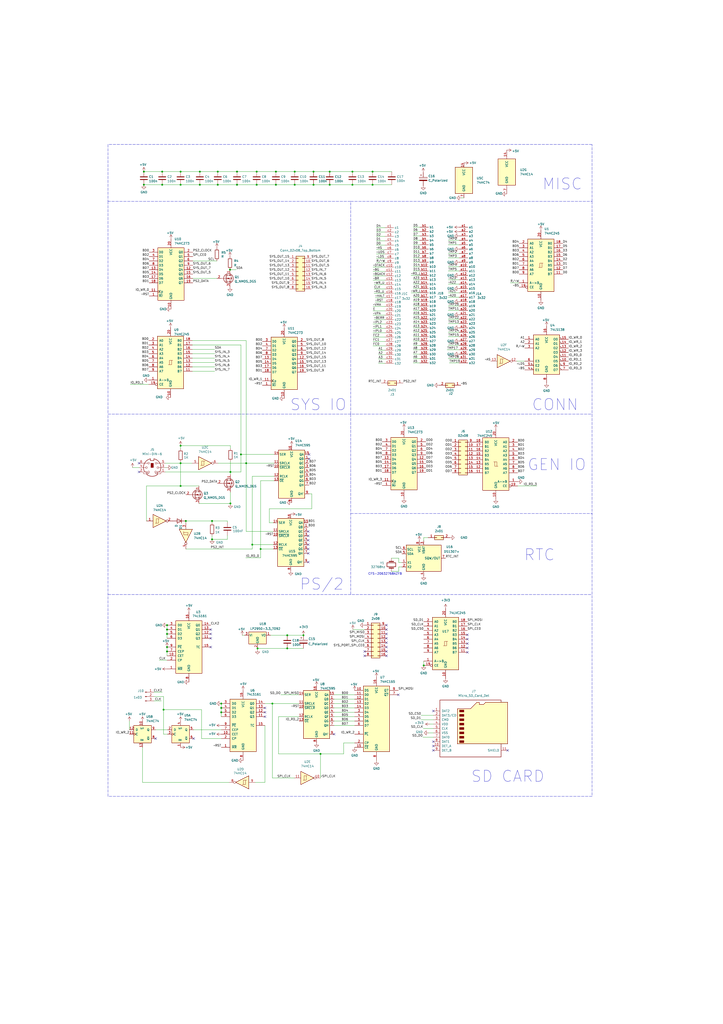
<source format=kicad_sch>
(kicad_sch (version 20211123) (generator eeschema)
  (paper "A2" portrait)
  (junction (at 158.242 408.178))
  (junction (at 126.492 107.188))
  (junction (at 123.19 312.928))
  (junction (at 160.274 107.188))
  (junction (at 97.028 377.952))
  (junction (at 137.668 99.568))
  (junction (at 191.516 99.568))
  (junction (at 97.028 365.252))
  (junction (at 149.098 107.188))
  (junction (at 123.19 302.26))
  (junction (at 166.878 368.554))
  (junction (at 149.606 376.174))
  (junction (at 116.078 99.568))
  (junction (at 160.274 99.568))
  (junction (at 104.902 281.94))
  (junction (at 97.028 375.412))
  (junction (at 128.524 413.258))
  (junction (at 126.492 99.568))
  (junction (at 166.878 376.174))
  (junction (at 139.954 263.652))
  (junction (at 83.566 99.568))
  (junction (at 246.126 386.08))
  (junction (at 94.234 107.188))
  (junction (at 97.028 362.712))
  (junction (at 107.95 302.26))
  (junction (at 104.902 107.188))
  (junction (at 176.276 368.554))
  (junction (at 216.408 99.568))
  (junction (at 171.196 107.188))
  (junction (at 97.028 367.792))
  (junction (at 151.384 318.516))
  (junction (at 94.996 411.734))
  (junction (at 204.724 107.188))
  (junction (at 171.196 99.568))
  (junction (at 149.098 99.568))
  (junction (at 186.182 437.388))
  (junction (at 83.566 107.188))
  (junction (at 128.524 410.718))
  (junction (at 182.118 99.568))
  (junction (at 116.078 107.188))
  (junction (at 104.902 99.568))
  (junction (at 133.604 156.464))
  (junction (at 133.858 273.812))
  (junction (at 182.118 107.188))
  (junction (at 204.724 99.568))
  (junction (at 104.902 268.732))
  (junction (at 191.516 107.188))
  (junction (at 146.558 315.976))
  (junction (at 128.524 408.178))
  (junction (at 137.668 107.188))
  (junction (at 143.002 268.732))
  (junction (at 94.234 99.568))
  (junction (at 216.408 107.188))
  (junction (at 133.858 292.1))
  (junction (at 104.902 258.572))
  (no_connect (at 122.428 365.252))
  (no_connect (at 80.772 268.732))
  (no_connect (at 80.772 273.812))
  (no_connect (at 224.536 370.332))
  (no_connect (at 153.924 415.798))
  (no_connect (at 179.07 313.436))
  (no_connect (at 179.07 315.976))
  (no_connect (at 179.07 326.136))
  (no_connect (at 179.07 318.516))
  (no_connect (at 179.07 321.056))
  (no_connect (at 179.07 308.356))
  (no_connect (at 179.07 310.896))
  (no_connect (at 179.578 266.192))
  (no_connect (at 179.578 263.652))
  (no_connect (at 251.714 432.816))
  (no_connect (at 112.522 428.498))
  (no_connect (at 90.424 428.498))
  (no_connect (at 271.526 375.92))
  (no_connect (at 194.056 425.958))
  (no_connect (at 294.894 435.356))
  (no_connect (at 224.536 362.712))
  (no_connect (at 224.536 365.252))
  (no_connect (at 224.536 375.412))
  (no_connect (at 224.536 367.792))
  (no_connect (at 271.526 373.38))
  (no_connect (at 153.924 410.718))
  (no_connect (at 224.536 372.872))
  (no_connect (at 271.526 370.84))
  (no_connect (at 271.526 378.46))
  (no_connect (at 122.428 370.332))
  (no_connect (at 251.714 430.276))
  (no_connect (at 122.428 375.412))
  (no_connect (at 251.714 435.356))
  (no_connect (at 224.536 380.492))
  (no_connect (at 211.836 377.952))
  (no_connect (at 153.924 413.258))
  (no_connect (at 224.536 377.952))
  (no_connect (at 211.836 380.492))
  (no_connect (at 251.714 412.496))
  (no_connect (at 122.428 367.792))
  (no_connect (at 231.394 403.098))
  (no_connect (at 271.526 368.3))
  (wire (pts (xy 216.662 200.66) (xy 223.647 200.66)))
  (wire (pts (xy 243.84 175.006) (xy 240.03 175.006)))
  (wire (pts (xy 94.234 401.574) (xy 89.408 401.574)))
  (wire (pts (xy 260.35 192.786) (xy 266.7 192.786)))
  (wire (pts (xy 128.524 408.178) (xy 128.524 410.718)))
  (polyline (pts (xy 62.738 83.82) (xy 62.738 116.84)))
  (wire (pts (xy 139.954 273.812) (xy 133.858 273.812)))
  (wire (pts (xy 243.84 152.146) (xy 240.03 152.146)))
  (polyline (pts (xy 343.916 297.942) (xy 343.916 298.196)))
  (wire (pts (xy 296.418 164.084) (xy 301.498 164.084)))
  (wire (pts (xy 260.35 154.686) (xy 266.7 154.686)))
  (polyline (pts (xy 203.708 297.942) (xy 343.916 297.942)))
  (wire (pts (xy 142.748 323.596) (xy 151.384 323.596)))
  (wire (pts (xy 243.84 157.226) (xy 240.03 157.226)))
  (wire (pts (xy 153.924 453.898) (xy 148.336 453.898)))
  (wire (pts (xy 128.524 410.718) (xy 128.524 413.258)))
  (wire (pts (xy 126.746 268.732) (xy 143.002 268.732)))
  (wire (pts (xy 217.297 170.18) (xy 223.647 170.18)))
  (wire (pts (xy 171.196 107.188) (xy 182.118 107.188)))
  (wire (pts (xy 194.056 405.638) (xy 205.994 405.638)))
  (wire (pts (xy 246.126 383.54) (xy 246.126 386.08)))
  (wire (pts (xy 243.84 172.466) (xy 240.03 172.466)))
  (wire (pts (xy 160.274 99.568) (xy 171.196 99.568)))
  (wire (pts (xy 260.985 210.566) (xy 266.7 210.566)))
  (wire (pts (xy 260.35 180.086) (xy 266.7 180.086)))
  (wire (pts (xy 217.932 172.72) (xy 223.647 172.72)))
  (wire (pts (xy 218.567 134.62) (xy 223.647 134.62)))
  (wire (pts (xy 128.524 413.258) (xy 128.524 415.798)))
  (wire (pts (xy 89.408 404.114) (xy 94.996 404.114)))
  (wire (pts (xy 151.384 318.516) (xy 158.75 318.516)))
  (wire (pts (xy 216.662 187.96) (xy 223.647 187.96)))
  (wire (pts (xy 133.858 273.812) (xy 133.858 267.716)))
  (wire (pts (xy 143.002 268.732) (xy 143.002 308.356)))
  (wire (pts (xy 218.567 137.16) (xy 223.647 137.16)))
  (wire (pts (xy 216.662 177.8) (xy 223.647 177.8)))
  (wire (pts (xy 218.567 142.24) (xy 223.647 142.24)))
  (wire (pts (xy 186.182 451.358) (xy 186.182 437.388)))
  (wire (pts (xy 132.08 312.928) (xy 132.08 310.642)))
  (wire (pts (xy 97.028 377.952) (xy 97.028 380.492)))
  (wire (pts (xy 133.858 292.1) (xy 133.858 292.354)))
  (wire (pts (xy 83.566 99.568) (xy 94.234 99.568)))
  (wire (pts (xy 194.056 413.258) (xy 205.994 413.258)))
  (wire (pts (xy 243.84 164.846) (xy 240.03 164.846)))
  (wire (pts (xy 158.242 408.178) (xy 173.736 408.178)))
  (wire (pts (xy 260.35 208.026) (xy 266.7 208.026)))
  (wire (pts (xy 139.954 263.652) (xy 139.954 200.152)))
  (wire (pts (xy 116.078 107.188) (xy 126.492 107.188)))
  (wire (pts (xy 194.056 403.098) (xy 205.994 403.098)))
  (wire (pts (xy 97.282 423.418) (xy 90.424 423.418)))
  (wire (pts (xy 246.126 311.912) (xy 248.666 311.912)))
  (wire (pts (xy 243.84 154.686) (xy 240.03 154.686)))
  (wire (pts (xy 216.662 190.5) (xy 223.647 190.5)))
  (wire (pts (xy 194.056 408.178) (xy 205.994 408.178)))
  (polyline (pts (xy 203.708 240.284) (xy 203.708 344.932)))
  (wire (pts (xy 243.84 205.486) (xy 240.03 205.486)))
  (wire (pts (xy 104.902 267.97) (xy 104.902 268.732)))
  (wire (pts (xy 243.84 131.826) (xy 240.03 131.826)))
  (wire (pts (xy 260.35 169.926) (xy 266.7 169.926)))
  (wire (pts (xy 153.924 408.178) (xy 158.242 408.178)))
  (wire (pts (xy 156.464 295.148) (xy 156.464 303.276)))
  (wire (pts (xy 259.715 202.946) (xy 266.7 202.946)))
  (wire (pts (xy 104.902 258.572) (xy 133.858 258.572)))
  (wire (pts (xy 158.242 451.358) (xy 170.942 451.358)))
  (wire (pts (xy 217.297 185.42) (xy 223.647 185.42)))
  (wire (pts (xy 260.35 157.226) (xy 266.7 157.226)))
  (wire (pts (xy 243.84 190.246) (xy 240.03 190.246)))
  (wire (pts (xy 205.994 433.578) (xy 205.994 433.832)))
  (wire (pts (xy 223.647 205.74) (xy 219.837 205.74)))
  (wire (pts (xy 137.668 99.568) (xy 149.098 99.568)))
  (wire (pts (xy 111.506 268.732) (xy 104.902 268.732)))
  (wire (pts (xy 243.84 185.166) (xy 240.03 185.166)))
  (wire (pts (xy 191.516 107.188) (xy 204.724 107.188)))
  (wire (pts (xy 82.804 433.578) (xy 82.804 453.898)))
  (wire (pts (xy 93.726 406.654) (xy 89.408 406.654)))
  (wire (pts (xy 231.648 326.39) (xy 231.648 323.85)))
  (wire (pts (xy 243.84 197.866) (xy 240.03 197.866)))
  (wire (pts (xy 216.662 162.56) (xy 223.647 162.56)))
  (polyline (pts (xy 62.738 240.284) (xy 67.564 240.284)))
  (wire (pts (xy 223.647 203.2) (xy 219.837 203.2)))
  (wire (pts (xy 223.647 210.82) (xy 219.837 210.82)))
  (wire (pts (xy 126.492 99.568) (xy 137.668 99.568)))
  (wire (pts (xy 216.662 160.02) (xy 223.647 160.02)))
  (wire (pts (xy 218.567 152.4) (xy 223.647 152.4)))
  (wire (pts (xy 97.028 375.412) (xy 97.028 377.952)))
  (wire (pts (xy 216.408 107.188) (xy 227.584 107.188)))
  (wire (pts (xy 94.234 99.568) (xy 104.902 99.568)))
  (wire (pts (xy 111.76 207.772) (xy 124.714 207.772)))
  (wire (pts (xy 216.662 198.12) (xy 223.647 198.12)))
  (wire (pts (xy 243.84 192.786) (xy 240.03 192.786)))
  (polyline (pts (xy 343.916 116.84) (xy 343.916 83.82)))
  (wire (pts (xy 132.08 303.022) (xy 132.08 302.26)))
  (wire (pts (xy 133.096 453.898) (xy 82.804 453.898)))
  (wire (pts (xy 248.92 425.196) (xy 251.714 425.196)))
  (wire (pts (xy 151.384 278.892) (xy 151.384 318.516)))
  (wire (pts (xy 244.602 415.036) (xy 251.714 415.036)))
  (wire (pts (xy 199.644 431.038) (xy 199.644 437.388)))
  (wire (pts (xy 149.098 99.568) (xy 160.274 99.568)))
  (wire (pts (xy 260.35 147.066) (xy 266.7 147.066)))
  (wire (pts (xy 243.84 202.946) (xy 240.03 202.946)))
  (wire (pts (xy 243.84 141.986) (xy 240.03 141.986)))
  (wire (pts (xy 111.76 200.152) (xy 139.954 200.152)))
  (wire (pts (xy 163.068 403.098) (xy 173.736 403.098)))
  (wire (pts (xy 199.644 437.388) (xy 186.182 437.388)))
  (wire (pts (xy 231.648 331.47) (xy 227.33 331.47)))
  (wire (pts (xy 133.858 258.572) (xy 133.858 260.096)))
  (wire (pts (xy 112.014 161.544) (xy 125.984 161.544)))
  (wire (pts (xy 166.878 368.554) (xy 176.276 368.554)))
  (wire (pts (xy 85.09 302.26) (xy 85.09 281.94)))
  (wire (pts (xy 160.274 107.188) (xy 171.196 107.188)))
  (wire (pts (xy 123.19 302.26) (xy 123.19 303.276)))
  (wire (pts (xy 161.798 415.798) (xy 173.736 415.798)))
  (wire (pts (xy 231.648 323.85) (xy 227.33 323.85)))
  (wire (pts (xy 97.282 425.958) (xy 94.996 425.958)))
  (wire (pts (xy 117.094 428.498) (xy 117.094 411.734)))
  (wire (pts (xy 216.662 157.48) (xy 223.647 157.48)))
  (wire (pts (xy 217.932 175.26) (xy 223.647 175.26)))
  (wire (pts (xy 181.102 286.512) (xy 181.102 295.148)))
  (wire (pts (xy 161.798 437.388) (xy 161.798 415.798)))
  (wire (pts (xy 115.57 281.94) (xy 104.902 281.94)))
  (wire (pts (xy 245.872 422.656) (xy 251.714 422.656)))
  (wire (pts (xy 260.35 200.406) (xy 266.7 200.406)))
  (wire (pts (xy 238.76 169.926) (xy 243.84 169.926)))
  (wire (pts (xy 97.028 365.252) (xy 97.028 367.792)))
  (wire (pts (xy 204.978 365.252) (xy 211.836 365.252)))
  (wire (pts (xy 249.682 420.116) (xy 251.714 420.116)))
  (wire (pts (xy 216.662 180.34) (xy 223.647 180.34)))
  (wire (pts (xy 117.094 428.498) (xy 128.524 428.498)))
  (wire (pts (xy 251.714 417.576) (xy 244.602 417.576)))
  (wire (pts (xy 194.056 420.878) (xy 205.994 420.878)))
  (wire (pts (xy 186.182 437.388) (xy 161.798 437.388)))
  (wire (pts (xy 243.84 162.306) (xy 240.03 162.306)))
  (wire (pts (xy 260.35 187.706) (xy 266.7 187.706)))
  (wire (pts (xy 238.76 159.766) (xy 243.84 159.766)))
  (wire (pts (xy 92.456 383.032) (xy 97.028 383.032)))
  (wire (pts (xy 243.84 182.626) (xy 240.03 182.626)))
  (polyline (pts (xy 343.916 83.82) (xy 62.738 83.82)))
  (wire (pts (xy 143.002 268.732) (xy 143.002 197.612)))
  (wire (pts (xy 111.76 202.692) (xy 124.714 202.692)))
  (wire (pts (xy 96.012 273.812) (xy 133.858 273.812)))
  (wire (pts (xy 140.716 368.554) (xy 141.986 368.554)))
  (wire (pts (xy 260.35 149.606) (xy 266.7 149.606)))
  (wire (pts (xy 137.16 156.464) (xy 133.604 156.464)))
  (wire (pts (xy 311.912 281.94) (xy 300.736 281.94)))
  (wire (pts (xy 158.242 408.178) (xy 158.242 451.358)))
  (wire (pts (xy 153.924 420.878) (xy 153.924 453.898)))
  (wire (pts (xy 146.558 318.516) (xy 146.558 315.976)))
  (wire (pts (xy 194.056 410.718) (xy 205.994 410.718)))
  (wire (pts (xy 85.09 281.94) (xy 104.902 281.94)))
  (wire (pts (xy 116.078 99.568) (xy 126.492 99.568)))
  (wire (pts (xy 143.002 268.732) (xy 159.258 268.732)))
  (wire (pts (xy 171.196 99.568) (xy 182.118 99.568)))
  (wire (pts (xy 216.662 154.94) (xy 223.647 154.94)))
  (wire (pts (xy 218.567 144.78) (xy 223.647 144.78)))
  (polyline (pts (xy 343.916 462.026) (xy 62.738 462.026)))
  (wire (pts (xy 75.184 418.338) (xy 75.184 423.418)))
  (wire (pts (xy 243.84 177.546) (xy 240.03 177.546)))
  (wire (pts (xy 231.648 328.93) (xy 231.648 331.47)))
  (wire (pts (xy 233.426 326.39) (xy 231.648 326.39)))
  (wire (pts (xy 104.902 281.94) (xy 104.902 268.732)))
  (wire (pts (xy 112.522 423.418) (xy 128.524 423.418)))
  (wire (pts (xy 123.19 310.896) (xy 123.19 312.928)))
  (wire (pts (xy 194.056 418.338) (xy 205.994 418.338)))
  (wire (pts (xy 159.258 278.892) (xy 151.384 278.892)))
  (wire (pts (xy 243.84 139.446) (xy 240.03 139.446)))
  (wire (pts (xy 243.84 149.606) (xy 240.03 149.606)))
  (wire (pts (xy 260.35 185.166) (xy 266.7 185.166)))
  (wire (pts (xy 260.35 177.546) (xy 266.7 177.546)))
  (wire (pts (xy 216.662 193.04) (xy 223.647 193.04)))
  (wire (pts (xy 166.878 376.174) (xy 176.276 376.174)))
  (wire (pts (xy 146.558 315.976) (xy 158.75 315.976)))
  (wire (pts (xy 123.19 302.26) (xy 107.95 302.26)))
  (polyline (pts (xy 62.738 462.026) (xy 62.738 240.284)))
  (wire (pts (xy 204.724 107.188) (xy 216.408 107.188)))
  (wire (pts (xy 182.118 99.568) (xy 191.516 99.568)))
  (wire (pts (xy 115.57 292.1) (xy 133.858 292.1)))
  (polyline (pts (xy 203.708 116.84) (xy 343.916 116.84)))
  (wire (pts (xy 97.028 367.792) (xy 97.028 370.332)))
  (wire (pts (xy 243.84 208.026) (xy 240.03 208.026)))
  (wire (pts (xy 94.234 107.188) (xy 104.902 107.188)))
  (wire (pts (xy 194.056 415.798) (xy 205.994 415.798)))
  (wire (pts (xy 94.996 404.114) (xy 94.996 411.734)))
  (wire (pts (xy 300.228 209.55) (xy 304.8 209.55)))
  (wire (pts (xy 243.84 210.566) (xy 240.03 210.566)))
  (wire (pts (xy 179.578 286.512) (xy 181.102 286.512)))
  (wire (pts (xy 104.902 99.568) (xy 116.078 99.568)))
  (wire (pts (xy 217.297 167.64) (xy 223.647 167.64)))
  (wire (pts (xy 133.858 285.496) (xy 133.858 292.1)))
  (wire (pts (xy 243.84 195.326) (xy 240.03 195.326)))
  (polyline (pts (xy 67.31 240.284) (xy 343.916 240.284)))
  (wire (pts (xy 96.012 271.272) (xy 96.774 271.272)))
  (polyline (pts (xy 343.916 116.84) (xy 343.916 240.284)))
  (wire (pts (xy 217.297 165.1) (xy 223.647 165.1)))
  (wire (pts (xy 182.118 107.188) (xy 191.516 107.188)))
  (polyline (pts (xy 62.738 116.84) (xy 62.738 240.284)))
  (wire (pts (xy 107.95 318.516) (xy 146.558 318.516)))
  (wire (pts (xy 111.76 210.312) (xy 124.714 210.312)))
  (wire (pts (xy 260.35 195.326) (xy 266.7 195.326)))
  (wire (pts (xy 137.668 107.188) (xy 149.098 107.188)))
  (wire (pts (xy 76.962 271.272) (xy 80.772 271.272)))
  (wire (pts (xy 94.996 411.734) (xy 94.996 425.958)))
  (wire (pts (xy 243.84 134.366) (xy 240.03 134.366)))
  (wire (pts (xy 216.662 195.58) (xy 223.647 195.58)))
  (wire (pts (xy 246.126 313.69) (xy 246.126 311.912)))
  (wire (pts (xy 149.098 107.188) (xy 160.274 107.188)))
  (wire (pts (xy 205.994 431.038) (xy 199.644 431.038)))
  (wire (pts (xy 94.996 411.734) (xy 117.094 411.734)))
  (wire (pts (xy 218.694 441.198) (xy 218.694 441.452)))
  (wire (pts (xy 97.028 362.712) (xy 97.028 365.252)))
  (wire (pts (xy 112.014 151.384) (xy 125.984 151.384)))
  (wire (pts (xy 133.858 275.336) (xy 133.858 273.812)))
  (wire (pts (xy 139.954 263.652) (xy 139.954 273.812)))
  (wire (pts (xy 218.567 132.08) (xy 223.647 132.08)))
  (wire (pts (xy 132.08 302.26) (xy 123.19 302.26)))
  (wire (pts (xy 243.84 187.706) (xy 240.03 187.706)))
  (wire (pts (xy 243.84 200.406) (xy 240.03 200.406)))
  (wire (pts (xy 104.902 268.732) (xy 96.012 268.732)))
  (wire (pts (xy 223.647 208.28) (xy 219.837 208.28)))
  (wire (pts (xy 111.76 212.852) (xy 124.714 212.852)))
  (wire (pts (xy 156.464 303.276) (xy 158.75 303.276)))
  (wire (pts (xy 159.258 263.652) (xy 139.954 263.652)))
  (wire (pts (xy 111.76 197.612) (xy 143.002 197.612)))
  (wire (pts (xy 83.566 107.188) (xy 94.234 107.188)))
  (wire (pts (xy 233.426 328.93) (xy 231.648 328.93)))
  (wire (pts (xy 245.618 427.736) (xy 251.714 427.736)))
  (wire (pts (xy 104.902 107.188) (xy 116.078 107.188)))
  (wire (pts (xy 107.95 302.26) (xy 107.95 303.276)))
  (wire (pts (xy 126.492 107.188) (xy 137.668 107.188)))
  (wire (pts (xy 149.606 376.936) (xy 149.606 376.174)))
  (wire (pts (xy 260.35 164.846) (xy 266.7 164.846)))
  (wire (pts (xy 216.662 182.88) (xy 223.647 182.88)))
  (wire (pts (xy 260.35 139.446) (xy 266.7 139.446)))
  (wire (pts (xy 75.692 223.012) (xy 86.36 223.012)))
  (wire (pts (xy 243.84 167.386) (xy 240.03 167.386)))
  (wire (pts (xy 267.97 114.808) (xy 269.494 114.808)))
  (polyline (pts (xy 203.708 116.84) (xy 62.738 116.84)))
  (wire (pts (xy 149.606 376.174) (xy 166.878 376.174)))
  (wire (pts (xy 243.84 136.906) (xy 240.03 136.906)))
  (wire (pts (xy 260.35 141.986) (xy 266.7 141.986)))
  (wire (pts (xy 218.567 149.86) (xy 223.647 149.86)))
  (polyline (pts (xy 343.916 240.284) (xy 343.916 462.026)))
  (wire (pts (xy 157.226 368.554) (xy 166.878 368.554)))
  (wire (pts (xy 111.76 205.232) (xy 124.714 205.232)))
  (wire (pts (xy 218.567 139.7) (xy 223.647 139.7)))
  (wire (pts (xy 146.558 276.352) (xy 146.558 315.976)))
  (wire (pts (xy 204.724 99.568) (xy 216.408 99.568)))
  (wire (pts (xy 191.516 99.568) (xy 204.724 99.568)))
  (wire (pts (xy 159.258 276.352) (xy 146.558 276.352)))
  (wire (pts (xy 104.902 260.35) (xy 104.902 258.572)))
  (wire (pts (xy 156.464 295.148) (xy 181.102 295.148)))
  (wire (pts (xy 243.84 144.526) (xy 240.03 144.526)))
  (wire (pts (xy 260.35 172.466) (xy 266.7 172.466)))
  (wire (pts (xy 123.19 312.928) (xy 132.08 312.928)))
  (polyline (pts (xy 62.738 344.932) (xy 343.916 344.932)))
  (wire (pts (xy 243.84 147.066) (xy 240.03 147.066)))
  (wire (pts (xy 158.75 308.356) (xy 143.002 308.356)))
  (wire (pts (xy 218.567 147.32) (xy 223.647 147.32)))
  (polyline (pts (xy 203.708 240.284) (xy 203.708 116.84)))
  (wire (pts (xy 151.384 318.516) (xy 151.384 323.596)))
  (wire (pts (xy 216.408 99.568) (xy 227.584 99.568)))
  (wire (pts (xy 243.84 180.086) (xy 240.03 180.086)))
  (wire (pts (xy 111.76 215.392) (xy 124.714 215.392)))
  (wire (pts (xy 260.35 162.306) (xy 266.7 162.306)))
  (text "GEN IO" (at 306.324 273.558 0) (effects (font (size 6.5 6.5)) (justify left bottom)))
  (text "MISC" (at 314.96 110.744 0) (effects (font (size 6.5 6.5)) (justify left bottom)))
  (text "SYS IO" (at 168.402 238.76 0) (effects (font (size 6.5 6.5)) (justify left bottom)))
  (text "PS/2" (at 173.99 342.9 0) (effects (font (size 6.5 6.5)) (justify left bottom)))
  (text "SD CARD" (at 273.558 454.406 0) (effects (font (size 6.5 6.5)) (justify left bottom)))
  (text "CFS-20632768AZFB\n" (at 213.868 333.756 0) (effects (font (size 1.27 1.27)) (justify left bottom)))
  (text "RTC" (at 304.292 325.882 0) (effects (font (size 6.5 6.5)) (justify left bottom)))
  (text "CONN" (at 308.864 238.76 0) (effects (font (size 6.5 6.5)) (justify left bottom)))
  (label "A23" (at 240.03 162.306 0))
  (label "~LDS" (at 218.567 149.86 0))
  (label "BD1" (at 86.614 164.084 180))
  (label "D0" (at 218.567 142.24 0))
  (label "SD_CLK" (at 245.872 422.656 180))
  (label "IO_RD_0" (at 142.748 323.596 0))
  (label "D3" (at 326.898 146.304 0))
  (label "A11" (at 240.03 195.326 0))
  (label "TMP17" (at 259.715 202.946 0))
  (label "BD0" (at 179.07 305.816 0))
  (label "~RST" (at 128.524 433.578 180))
  (label "A9" (at 240.03 200.406 0))
  (label "~BS" (at 304.8 214.63 180))
  (label "D8" (at 240.03 139.446 0))
  (label "D9" (at 240.03 141.986 0))
  (label "A7" (at 240.03 205.486 0))
  (label "BD7" (at 198.374 420.878 0))
  (label "BD5" (at 301.498 143.764 180))
  (label "SYS_IN_3" (at 124.714 205.232 0))
  (label "SYS_OUT_12" (at 177.8 203.2 0))
  (label "SYS_OUT_7" (at 112.014 156.464 0))
  (label "SYS_OUT_10" (at 177.8 200.66 0))
  (label "A22" (at 240.03 164.846 0))
  (label "SYS_OUT_8" (at 168.148 167.64 180))
  (label "SDA" (at 124.714 202.692 0))
  (label "SYS_IN_7" (at 124.714 215.392 0))
  (label "SD_D1" (at 246.126 360.68 180))
  (label "BD7" (at 86.614 156.464 180))
  (label "~RD_L" (at 238.76 159.766 0))
  (label "BD0" (at 86.614 146.304 180))
  (label "BD3" (at 179.578 278.892 0))
  (label "R{slash}~W" (at 304.8 201.93 180))
  (label "A17" (at 240.03 180.086 0))
  (label "SYS_IN_4" (at 124.714 207.772 0))
  (label "BD3" (at 86.614 161.544 180))
  (label "A5" (at 240.03 210.566 0))
  (label "TMP14" (at 260.35 192.786 0))
  (label "A3" (at 219.837 208.28 0))
  (label "SPI_MISO" (at 211.836 367.792 180))
  (label "BD7" (at 152.4 208.28 180))
  (label "BD6" (at 86.614 153.924 180))
  (label "BD6" (at 179.578 271.272 0))
  (label "A21" (at 240.03 167.386 0))
  (label "BD4" (at 86.614 151.384 180))
  (label "TMP0" (at 260.35 139.446 0))
  (label "OD4" (at 247.396 261.366 0))
  (label "SD_DO" (at 163.068 403.098 180))
  (label "BD4" (at 152.4 203.2 180))
  (label "D5" (at 326.898 143.764 0))
  (label "OD0" (at 262.636 256.54 180))
  (label "TMP16" (at 260.35 200.406 0))
  (label "D6" (at 240.03 134.366 0))
  (label "CLK" (at 217.297 167.64 0))
  (label "BD6" (at 301.498 148.844 180))
  (label "BD3" (at 86.36 205.232 180))
  (label "BD3" (at 221.996 271.526 180))
  (label "SYS_OUT_12" (at 168.148 157.48 180))
  (label "BD2" (at 179.578 281.432 0))
  (label "SYS_OUT_10" (at 168.148 162.56 180))
  (label "SYS_OUT_13" (at 168.148 154.94 180))
  (label "A10" (at 240.03 197.866 0))
  (label "BD7" (at 86.36 215.392 180))
  (label "D4" (at 218.567 132.08 0))
  (label "IO_WR_1" (at 152.4 220.98 180))
  (label "A19" (at 240.03 175.006 0))
  (label "BD4" (at 301.498 141.224 180))
  (label "PS2_INT" (at 130.048 318.516 180))
  (label "FC2" (at 216.662 195.58 0))
  (label "IO_RD_3" (at 330.2 214.63 0))
  (label "A12" (at 240.03 192.786 0))
  (label "SCL" (at 120.904 151.384 0))
  (label "BD5" (at 179.578 273.812 0))
  (label "OD6" (at 247.396 263.906 0))
  (label "~IPL0" (at 216.662 193.04 0))
  (label "BD3" (at 300.736 264.16 0))
  (label "IO_WR_3" (at 330.2 204.47 0))
  (label "BD1" (at 198.374 405.638 0))
  (label "BD1" (at 179.07 303.276 0))
  (label "SD_CS0" (at 246.126 365.76 180))
  (label "BD5" (at 221.996 268.986 180))
  (label "OD7" (at 262.636 274.32 180))
  (label "RTC_INT" (at 258.826 323.85 0))
  (label "D12" (at 240.03 149.606 0))
  (label "BD6" (at 86.36 212.852 180))
  (label "SD_DO" (at 245.618 427.736 180))
  (label "BD0" (at 300.736 256.54 0))
  (label "SPI_MISO" (at 173.736 403.098 180))
  (label "D1" (at 218.567 139.7 0))
  (label "BD6" (at 221.996 263.906 180))
  (label "IO_WR_3" (at 221.996 279.146 180))
  (label "FC0" (at 216.662 200.66 0))
  (label "BD3" (at 198.374 410.718 0))
  (label "TMP13" (at 260.35 187.706 0))
  (label "SYS_OUT_6" (at 180.848 152.4 0))
  (label "BD0" (at 221.996 256.286 180))
  (label "BD1" (at 86.36 200.152 180))
  (label "~VPA" (at 216.662 182.88 0))
  (label "BD3" (at 152.4 213.36 180))
  (label "FC1" (at 216.662 198.12 0))
  (label "D0" (at 326.898 159.004 0))
  (label "TMP19" (at 260.985 210.566 0))
  (label "~BR" (at 216.662 162.56 0))
  (label "D4" (at 326.898 141.224 0))
  (label "SDA" (at 137.16 156.464 0))
  (label "~RST" (at 158.75 310.896 180))
  (label "BD2" (at 86.36 202.692 180))
  (label "SPI_CE0" (at 271.526 365.76 0))
  (label "R{slash}~W" (at 218.567 152.4 0))
  (label "BD5" (at 300.736 269.24 0))
  (label "BD3" (at 301.498 146.304 180))
  (label "A20" (at 240.03 172.466 0))
  (label "SYS_IN_6" (at 180.848 160.02 0))
  (label "SYS_IN_6" (at 124.714 212.852 0))
  (label "SD_D1" (at 244.602 417.576 180))
  (label "D5" (at 240.03 131.826 0))
  (label "A18" (at 240.03 177.546 0))
  (label "OD7" (at 247.396 266.446 0))
  (label "SCL" (at 233.426 318.77 180))
  (label "BD4" (at 221.996 261.366 180))
  (label "A1" (at 219.837 203.2 0))
  (label "SYS_OUT_7" (at 180.848 149.86 0))
  (label "SYS_OUT_11" (at 168.148 160.02 180))
  (label "OD1" (at 247.396 274.066 0))
  (label "BD4" (at 300.736 266.7 0))
  (label "CLK2" (at 94.234 401.574 180))
  (label "BD6" (at 300.736 271.78 0))
  (label "~BGACK" (at 216.662 160.02 0))
  (label "SYS_OUT_11" (at 177.8 213.36 0))
  (label "~RST" (at 221.996 281.686 180))
  (label "BD6" (at 152.4 205.74 180))
  (label "A6" (at 240.03 208.026 0))
  (label "RTC_INT" (at 221.488 222.25 180))
  (label "R{slash}~W" (at 296.418 164.084 0))
  (label "BD2" (at 221.996 258.826 180))
  (label "BD0" (at 301.498 159.004 180))
  (label "SYS_OUT_5" (at 180.848 154.94 0))
  (label "~LDS" (at 304.8 212.09 180))
  (label "SD_CS0" (at 244.602 415.036 180))
  (label "PS2_CLOCK" (at 112.014 146.304 0))
  (label "SYS_IN_5" (at 180.848 162.56 0))
  (label "OD1" (at 262.636 259.08 180))
  (label "A4" (at 219.837 210.82 0))
  (label "BD5" (at 152.4 210.82 180))
  (label "D3" (at 218.567 134.62 0))
  (label "D10" (at 240.03 144.526 0))
  (label "SYS_OUT_15" (at 177.8 208.28 0))
  (label "SYS_OUT_6" (at 112.014 153.924 0))
  (label "IO_RD_0" (at 330.2 207.01 0))
  (label "~BS" (at 301.498 166.624 180))
  (label "D14" (at 240.03 154.686 0))
  (label "OD4" (at 262.636 266.7 180))
  (label "A15" (at 240.03 185.166 0))
  (label "SYS_OUT_9" (at 177.8 215.9 0))
  (label "A14" (at 240.03 187.706 0))
  (label "~A20" (at 260.35 172.466 0))
  (label "BD7" (at 301.498 156.464 180))
  (label "SYS_IN_3" (at 180.848 167.64 0))
  (label "IO_WR_2" (at 205.994 425.958 180))
  (label "~VMA" (at 216.662 177.8 0))
  (label "~BG" (at 216.662 157.48 0))
  (label "IO_RD_2" (at 330.2 212.09 0))
  (label "SPI_MOSI" (at 211.836 370.332 180))
  (label "TMP1" (at 260.35 141.986 0))
  (label "SPI_MOSI" (at 231.394 400.558 0))
  (label "IO_RD_2" (at 173.736 418.338 180))
  (label "D13" (at 240.03 152.146 0))
  (label "PS2_CLOCK" (at 107.95 287.02 180))
  (label "BD4" (at 179.578 276.352 0))
  (label "D2" (at 326.898 151.384 0))
  (label "SD_CLK" (at 246.126 363.22 180))
  (label "~A23" (at 260.35 162.306 0))
  (label "D6" (at 326.898 148.844 0))
  (label "SYS_OUT_14" (at 177.8 205.74 0))
  (label "~BERR" (at 217.297 185.42 0))
  (label "~AS" (at 284.988 209.55 180))
  (label "CLK2" (at 122.428 362.712 0))
  (label "A8" (at 240.03 202.946 0))
  (label "OD5" (at 262.636 269.24 180))
  (label "SYS_OUT_9" (at 168.148 165.1 180))
  (label "BD1" (at 301.498 153.924 180))
  (label "CLK" (at 92.456 383.032 0))
  (label "~DTACK" (at 216.662 154.94 0))
  (label "BD2" (at 198.374 408.178 0))
  (label "D15" (at 240.03 157.226 0))
  (label "PS2_DATA" (at 112.014 164.084 0))
  (label "A2" (at 304.8 199.39 180))
  (label "SYS_OUT_13" (at 177.8 210.82 0))
  (label "BD0" (at 198.374 403.098 0))
  (label "BD5" (at 86.614 159.004 180))
  (label "~UDS" (at 218.567 147.32 0))
  (label "~RST" (at 159.258 271.272 180))
  (label "TMP15" (at 260.35 195.326 0))
  (label "TMP11" (at 260.35 180.086 0))
  (label "OD2" (at 262.636 261.62 180))
  (label "D2" (at 218.567 137.16 0))
  (label "D11" (at 240.03 147.066 0))
  (label "SYS_IN_5" (at 124.714 210.312 0))
  (label "IO_WR_0" (at 86.614 169.164 180))
  (label "BD1" (at 300.736 259.08 0))
  (label "SYS_OUT_14" (at 168.148 152.4 180))
  (label "D1" (at 326.898 153.924 0))
  (label "IO_WR_1" (at 330.2 199.39 0))
  (label "BD0" (at 86.36 197.612 180))
  (label "~BS" (at 267.716 223.52 0))
  (label "SPI_MOSI" (at 271.526 360.68 0))
  (label "D7" (at 326.898 156.464 0))
  (label "~AS" (at 218.567 144.78 0))
  (label "IO_WR_2" (at 330.2 201.93 0))
  (label "BD0" (at 152.4 198.12 180))
  (label "A2" (at 219.837 205.74 0))
  (label "BD6" (at 198.374 418.338 0))
  (label "BD1" (at 152.4 215.9 180))
  (label "TMP5" (at 260.35 157.226 0))
  (label "~RST" (at 86.614 171.704 180))
  (label "OD2" (at 247.396 258.826 0))
  (label "~SPI_CLK" (at 186.182 451.358 0))
  (label "IO_WR_2" (at 75.184 425.958 180))
  (label "BD4" (at 198.374 413.258 0))
  (label "~A21" (at 260.35 169.926 0))
  (label "IO_WR_0" (at 330.2 196.85 0))
  (label "~RD_U" (at 217.297 170.18 0))
  (label "SPI_CLK" (at 211.836 372.872 180))
  (label "A1" (at 304.8 196.85 180))
  (label "~IPL1" (at 216.662 190.5 0))
  (label "SYS_IN_4" (at 180.848 165.1 0))
  (label "~IPL2" (at 216.662 187.96 0))
  (label "BD4" (at 86.36 207.772 180))
  (label "BD2" (at 86.614 148.844 180))
  (label "IO_RD_3" (at 311.912 281.94 180))
  (label "IO_RD_1" (at 330.2 209.55 0))
  (label "SYS_OUT_15" (at 168.148 149.86 180))
  (label "~WR_L" (at 238.76 169.926 0))
  (label "~RST" (at 173.736 410.718 180))
  (label "BD7" (at 300.736 274.32 0))
  (label "TMP3" (at 260.35 149.606 0))
  (label "SYS_PORT_SPI_CE0" (at 211.836 375.412 180))
  (label "IO_RD_1" (at 75.692 223.012 0))
  (label "OD6" (at 262.636 271.78 180))
  (label "TMP10" (at 260.35 177.546 0))
  (label "~WR_U" (at 217.297 165.1 0))
  (label "SYS_IN_7" (at 180.848 157.48 0))
  (label "BD5" (at 198.374 415.798 0))
  (label "BD2" (at 300.736 261.62 0))
  (label "~A22" (at 260.35 164.846 0))
  (label "TMP12" (at 260.35 185.166 0))
  (label "SPI_CLK" (at 271.526 363.22 0))
  (label "SPI_CLK" (at 161.036 451.358 0))
  (label "OD0" (at 247.396 256.286 0))
  (label "D7" (at 240.03 136.906 0))
  (label "TMP18" (at 260.35 208.026 0))
  (label "CLK" (at 93.726 406.654 180))
  (label "BD1" (at 221.996 274.066 180))
  (label "E" (at 216.662 180.34 0))
  (label "~RST" (at 217.932 175.26 0))
  (label "OD3" (at 262.636 264.16 180))
  (label "BD2" (at 301.498 151.384 180))
  (label "~RST" (at 152.4 223.52 180))
  (label "SPI_CE0" (at 112.014 148.844 0))
  (label "BD7" (at 179.578 268.732 0))
  (label "PS2_DATA" (at 126.238 280.416 180))
  (label "A13" (at 240.03 190.246 0))
  (label "BD2" (at 152.4 200.66 180))
  (label "OD5" (at 247.396 268.986 0))
  (label "SDA" (at 233.426 321.31 180))
  (label "~HALT" (at 217.932 172.72 0))
  (label "BD5" (at 86.36 210.312 180))
  (label "TMP4" (at 260.35 154.686 0))
  (label "BD7" (at 221.996 266.446 180))
  (label "PS2_INT" (at 234.188 222.25 0))
  (label "SYS_OUT_5" (at 112.014 159.004 0))
  (label "SYS_OUT_8" (at 177.8 198.12 0))
  (label "TMP2" (at 260.35 147.066 0))
  (label "OD3" (at 247.396 271.526 0))
  (label "A16" (at 240.03 182.626 0))
  (symbol (lib_id "Device:C") (at 216.408 103.378 0) (unit 1)
    (property "Reference" "C14" (at 219.329 102.5433 0) (effects (justify left)))
    (property "Value" "100n" (at 219.329 105.0802 0) (effects (justify left)))
    (property "Footprint" "Footpp:DIP-2_200_ELL" (effects hide))
  )
  (symbol (lib_id "power:+5V") (at 169.418 258.572 0) (unit 1)
    (property "Reference" "#PWR030" (effects hide))
    (property "Value" "+5V" (at 169.164 254.508 0))
  )
  (symbol (lib_id "power:GND") (at 266.7 167.386 270) (unit 1)
    (property "Reference" "#PWR063" (effects hide))
    (property "Value" "GND" (at 259.715 167.386 90) (effects (justify left)))
  )
  (symbol (lib_id "Regulator_Linear:LP2950-3.3_TO92") (at 149.606 368.554 0) (unit 1)
    (property "Reference" "U18" (at 150.622 361.95 0) (effects (justify left)))
    (property "Value" "LP2950-3.3_TO92" (at 145.288 364.744 0) (effects (justify left)))
    (property "Footprint" "Package_TO_SOT_THT:TO-92_Inline" (effects hide))
    (property "Datasheet" "http://www.ti.com/lit/ds/symlink/lp2950.pdf" (effects hide))
  )
  (symbol (lib_id "Device:R") (at 133.604 152.654 0) (unit 1)
    (property "Reference" "R4" (at 135.89 151.3839 0) (effects (justify left)))
    (property "Value" "R" (at 135.89 153.9239 0) (effects (justify left)))
    (property "Footprint" "Footpp:res" (effects hide))
  )
  (symbol (lib_id "Device:C_Polarized") (at 245.872 103.886 0) (unit 1)
    (property "Reference" "C16" (at 248.793 102.1623 0) (effects (justify left)))
    (property "Value" "C_Polarized" (at 248.793 104.6992 0) (effects (justify left)))
    (property "Footprint" "Capacitor_THT:CP_Radial_D4.0mm_P1.50mm" (effects hide))
  )
  (symbol (lib_id "power:GND") (at 266.7 197.866 270) (unit 1)
    (property "Reference" "#PWR067" (effects hide))
    (property "Value" "GND" (at 259.715 197.866 90) (effects (justify left)))
  )
  (symbol (lib_id "74xx:74HC14") (at 92.71 302.26 0) (unit 1)
    (property "Reference" "U2" (at 92.71 293.37 0))
    (property "Value" "74HC14" (at 92.71 295.91 0))
    (property "Footprint" "Footpp:DIP-14" (effects hide))
    (property "Datasheet" "http://www.ti.com/lit/gpn/sn74HC14" (effects hide))
  )
  (symbol (lib_id "Connector:Conn_01x03_Male") (at 84.328 404.114 0) (unit 1)
    (property "Reference" "J10" (at 81.788 400.812 0))
    (property "Value" "1x03" (at 80.01 404.622 0))
    (property "Footprint" "Connector_PinHeader_2.54mm:PinHeader_1x03_P2.54mm_Vertical" (effects hide))
  )
  (symbol (lib_id "Connector_Generic:Conn_02x08_Top_Bottom") (at 267.716 264.16 0) (unit 1)
    (property "Reference" "J6" (at 268.986 250.19 0))
    (property "Value" "02x08" (at 268.986 252.73 0))
    (property "Footprint" "Footpp:2x08 finger" (effects hide))
  )
  (symbol (lib_id "power:GND") (at 266.7 190.246 270) (unit 1)
    (property "Reference" "#PWR066" (effects hide))
    (property "Value" "GND" (at 259.715 190.246 90) (effects (justify left)))
  )
  (symbol (lib_id "power:+5V") (at 141.224 400.558 0) (unit 1)
    (property "Reference" "#PWR020" (effects hide))
    (property "Value" "+5V" (at 139.192 396.748 0) (effects (justify left)))
  )
  (symbol (lib_id "power:+5V") (at 75.184 418.338 0) (unit 1)
    (property "Reference" "#PWR05" (effects hide))
    (property "Value" "+5V" (at 72.644 414.274 0) (effects (justify left)))
  )
  (symbol (lib_id "power:GND") (at 86.36 220.472 270) (unit 1)
    (property "Reference" "#PWR0101" (effects hide))
    (property "Value" "GND" (at 82.804 217.932 90) (effects (justify left)))
  )
  (symbol (lib_id "power:+5V") (at 97.028 375.412 0) (unit 1)
    (property "Reference" "#PWR0120" (effects hide))
    (property "Value" "+5V" (at 94.234 371.856 0) (effects (justify left)))
  )
  (symbol (lib_id "power:+5V") (at 243.586 313.69 0) (unit 1)
    (property "Reference" "#PWR0114" (effects hide))
    (property "Value" "+5V" (at 241.046 310.134 0) (effects (justify left)))
  )
  (symbol (lib_id "power:+5V") (at 314.198 133.604 0) (unit 1)
    (property "Reference" "#PWR071" (effects hide))
    (property "Value" "+5V" (at 314.198 130.0282 0))
  )
  (symbol (lib_id "lib2:3x32") (at 223.647 127 0) (unit 3)
    (property "Reference" "J1" (at 233.172 170.434 0) (effects (justify left)))
    (property "Value" "3x32" (at 233.426 173.228 0) (effects (justify left)))
    (property "Footprint" "Connector_DIN:DIN41612_R_3x32_Male_Horizontal_THT" (effects hide))
  )
  (symbol (lib_id "Device:C") (at 116.078 103.378 0) (unit 1)
    (property "Reference" "C4" (at 118.999 102.5433 0) (effects (justify left)))
    (property "Value" "100n" (at 118.999 105.0802 0) (effects (justify left)))
    (property "Footprint" "Footpp:DIP-2_200_ELL" (effects hide))
  )
  (symbol (lib_id "Device:C") (at 182.118 103.378 0) (unit 1)
    (property "Reference" "C11" (at 185.039 102.5433 0) (effects (justify left)))
    (property "Value" "100n" (at 185.039 105.0802 0) (effects (justify left)))
    (property "Footprint" "Footpp:DIP-2_200_ELL" (effects hide))
  )
  (symbol (lib_id "lib2:3x32") (at 269.24 128.016 0) (unit 1)
    (property "Reference" "J1" (at 276.225 170.434 0) (effects (justify left)))
    (property "Value" "3x32" (at 277.241 172.72 0) (effects (justify left)))
    (property "Footprint" "Connector_DIN:DIN41612_R_3x32_Male_Horizontal_THT" (effects hide))
  )
  (symbol (lib_id "power:+5V") (at 104.902 433.578 270) (unit 1)
    (property "Reference" "#PWR011" (effects hide))
    (property "Value" "+5V" (at 107.696 433.578 90) (effects (justify left)))
  )
  (symbol (lib_id "Device:R") (at 125.984 147.574 0) (unit 1)
    (property "Reference" "R5" (at 128.524 146.558 0) (effects (justify left)))
    (property "Value" "R" (at 128.524 148.8439 0) (effects (justify left)))
    (property "Footprint" "Footpp:res" (effects hide))
  )
  (symbol (lib_id "power:+5V") (at 266.7 134.366 90) (unit 1)
    (property "Reference" "#PWR058" (effects hide))
    (property "Value" "+5V" (at 259.08 134.366 90) (effects (justify right)))
  )
  (symbol (lib_id "Connector:Micro_SD_Card_Det") (at 274.574 422.656 0) (unit 1)
    (property "Reference" "J7" (at 275.209 401.066 0))
    (property "Value" "Micro_SD_Card_Det" (at 275.209 403.606 0))
    (property "Footprint" "Footpp:sd" (effects hide))
    (property "Datasheet" "https://www.hirose.com/product/en/download_file/key_name/DM3/category/Catalog/doc_file_id/49662/?file_category_id=4&item_id=195&is_series=1" (effects hide))
  )
  (symbol (lib_id "Device:C") (at 160.274 103.378 0) (unit 1)
    (property "Reference" "C9" (at 163.195 102.5433 0) (effects (justify left)))
    (property "Value" "100n" (at 163.195 105.0802 0) (effects (justify left)))
    (property "Footprint" "Footpp:DIP-2_200_ELL" (effects hide))
  )
  (symbol (lib_id "Timer_RTC:DS1307+") (at 246.126 323.85 0) (unit 1)
    (property "Reference" "U16" (at 261.112 317.246 0))
    (property "Value" "DS1307+" (at 262.382 320.04 0))
    (property "Footprint" "Package_DIP:DIP-8_W7.62mm" (effects hide))
    (property "Datasheet" "https://datasheets.maximintegrated.com/en/ds/DS1307.pdf" (effects hide))
  )
  (symbol (lib_id "power:+5V") (at 133.604 148.844 0) (unit 1)
    (property "Reference" "#PWR0107" (effects hide))
    (property "Value" "+5V" (at 131.064 145.288 0) (effects (justify left)))
  )
  (symbol (lib_id "power:+5V") (at 97.028 388.112 90) (unit 1)
    (property "Reference" "#PWR0121" (effects hide))
    (property "Value" "+5V" (at 93.726 388.112 90) (effects (justify left)))
  )
  (symbol (lib_id "Connector_Generic:Conn_02x08_Top_Bottom") (at 216.916 370.332 0) (unit 1)
    (property "Reference" "J9" (at 218.186 356.362 0))
    (property "Value" "2x08" (at 218.186 358.902 0))
    (property "Footprint" "Footpp:2x08 finger" (effects hide))
  )
  (symbol (lib_id "power:GND") (at 97.028 362.712 270) (unit 1)
    (property "Reference" "#PWR0119" (effects hide))
    (property "Value" "GND" (at 90.17 362.712 90) (effects (justify left)))
  )
  (symbol (lib_id "power:GND") (at 317.5 222.25 0) (unit 1)
    (property "Reference" "#PWR078" (effects hide))
    (property "Value" "GND" (at 317.5 226.6934 0))
  )
  (symbol (lib_id "power:GND") (at 246.126 334.01 0) (unit 1)
    (property "Reference" "#PWR0111" (effects hide))
    (property "Value" "GND" (at 246.126 338.4534 0))
  )
  (symbol (lib_id "power:+3.3V") (at 249.682 420.116 90) (unit 1)
    (property "Reference" "#PWR0105" (effects hide))
    (property "Value" "+3.3V" (at 246.126 419.354 90) (effects (justify left)))
  )
  (symbol (lib_id "power:+5V") (at 183.896 398.018 0) (unit 1)
    (property "Reference" "#PWR026" (effects hide))
    (property "Value" "+5V" (at 181.356 394.462 0) (effects (justify left)))
  )
  (symbol (lib_id "power:+5V") (at 218.694 392.938 0) (unit 1)
    (property "Reference" "#PWR036" (effects hide))
    (property "Value" "+5V" (at 216.154 389.382 0) (effects (justify left)))
  )
  (symbol (lib_id "74xx:74HC74") (at 82.804 425.958 0) (unit 2)
    (property "Reference" "U5" (at 84.8234 415.798 0) (effects (justify left)))
    (property "Value" "74HC74" (at 84.8234 418.338 0) (effects (justify left)))
    (property "Footprint" "Footpp:DIP-14" (effects hide))
    (property "Datasheet" "74xx/74hc_hct74.pdf" (effects hide))
  )
  (symbol (lib_id "74xx:74HC273") (at 99.314 159.004 0) (unit 1)
    (property "Reference" "U10" (at 101.3334 138.684 0) (effects (justify left)))
    (property "Value" "74HC273" (at 101.3334 141.224 0) (effects (justify left)))
    (property "Footprint" "Footpp:DIP-20" (effects hide))
    (property "Datasheet" "https://assets.nexperia.com/documents/data-sheet/74HC_HCT273.pdf" (effects hide))
  )
  (symbol (lib_id "power:+5V") (at 205.994 400.558 0) (unit 1)
    (property "Reference" "#PWR034" (effects hide))
    (property "Value" "+5V" (at 203.454 397.002 0) (effects (justify left)))
  )
  (symbol (lib_id "power:+5V") (at 317.5 189.23 0) (unit 1)
    (property "Reference" "#PWR077" (effects hide))
    (property "Value" "+5V" (at 314.96 185.674 0) (effects (justify left)))
  )
  (symbol (lib_id "power:GND") (at 314.198 174.244 0) (unit 1)
    (property "Reference" "#PWR072" (effects hide))
    (property "Value" "GND" (at 314.198 178.6874 0))
  )
  (symbol (lib_id "Connector:Mini-DIN-6") (at 88.392 271.272 0) (unit 1)
    (property "Reference" "J5" (at 88.4097 260.858 0))
    (property "Value" "Mini-DIN-6" (at 88.4097 263.398 0))
    (property "Footprint" "Footpp:din" (effects hide))
    (property "Datasheet" "http://service.powerdynamics.com/ec/Catalog17/Section%2011.pdf" (effects hide))
  )
  (symbol (lib_id "power:GND") (at 258.826 393.7 0) (unit 1)
    (property "Reference" "#PWR043" (effects hide))
    (property "Value" "GND" (at 258.826 398.1434 0))
  )
  (symbol (lib_id "Device:Crystal") (at 227.33 327.66 90) (unit 1)
    (property "Reference" "Y1" (at 220.726 326.644 90) (effects (justify right)))
    (property "Value" "32768hz" (at 215.392 328.93 90) (effects (justify right)))
    (property "Footprint" "Footpp:XTAL_ECS-.327-12.5-8X-C" (effects hide))
  )
  (symbol (lib_id "power:+5V") (at 165.1 190.5 0) (unit 1)
    (property "Reference" "#PWR046" (effects hide))
    (property "Value" "+5V" (at 162.56 186.944 0) (effects (justify left)))
  )
  (symbol (lib_id "power:GND") (at 255.016 223.52 270) (unit 1)
    (property "Reference" "#PWR0104" (effects hide))
    (property "Value" "GND" (at 247.904 223.52 90) (effects (justify left)))
  )
  (symbol (lib_id "power:GND") (at 266.7 175.006 270) (unit 1)
    (property "Reference" "#PWR064" (effects hide))
    (property "Value" "GND" (at 259.715 175.006 90) (effects (justify left)))
  )
  (symbol (lib_id "power:GND") (at 266.7 159.766 270) (unit 1)
    (property "Reference" "#PWR062" (effects hide))
    (property "Value" "GND" (at 259.715 159.766 90) (effects (justify left)))
  )
  (symbol (lib_id "power:+5V") (at 168.91 298.196 270) (unit 1)
    (property "Reference" "#PWR028" (effects hide))
    (property "Value" "+5V" (at 173.3042 298.577 90))
  )
  (symbol (lib_id "power:+5V") (at 128.524 425.958 90) (unit 1)
    (property "Reference" "#PWR018" (effects hide))
    (property "Value" "+5V" (at 125.222 425.704 90) (effects (justify left)))
  )
  (symbol (lib_id "power:GND") (at 234.696 289.306 0) (unit 1)
    (property "Reference" "#PWR081" (effects hide))
    (property "Value" "GND" (at 234.696 293.7494 0))
  )
  (symbol (lib_id "Device:C") (at 94.234 103.378 0) (unit 1)
    (property "Reference" "C2" (at 97.155 102.5433 0) (effects (justify left)))
    (property "Value" "100n" (at 97.155 105.0802 0) (effects (justify left)))
    (property "Footprint" "Footpp:DIP-2_200_ELL" (effects hide))
  )
  (symbol (lib_id "power:GND") (at 168.91 331.216 0) (unit 1)
    (property "Reference" "#PWR029" (effects hide))
    (property "Value" "GND" (at 171.196 332.994 0) (effects (justify left)))
  )
  (symbol (lib_id "Device:Q_NMOS_DGS") (at 131.318 280.416 0) (unit 1)
    (property "Reference" "Q2" (at 136.525 279.5813 0) (effects (justify left)))
    (property "Value" "Q_NMOS_DGS" (at 136.525 282.1182 0) (effects (justify left)))
    (property "Footprint" "Package_TO_SOT_THT:TO-92" (effects hide))
  )
  (symbol (lib_id "power:GND") (at 141.224 441.198 270) (unit 1)
    (property "Reference" "#PWR021" (effects hide))
    (property "Value" "GND" (at 134.366 441.198 90) (effects (justify left)))
  )
  (symbol (lib_id "power:GND") (at 261.366 311.912 90) (unit 1)
    (property "Reference" "#PWR0113" (effects hide))
    (property "Value" "GND" (at 267.462 311.912 90) (effects (justify right)))
  )
  (symbol (lib_id "power:+5V") (at 99.06 189.992 0) (unit 1)
    (property "Reference" "#PWR0103" (effects hide))
    (property "Value" "+5V" (at 98.552 186.182 0))
  )
  (symbol (lib_id "power:GND") (at 300.736 279.4 90) (mirror x) (unit 1)
    (property "Reference" "#PWR079" (effects hide))
    (property "Value" "GND" (at 304.8 277.114 90) (effects (justify left)))
  )
  (symbol (lib_id "Device:R") (at 133.858 263.906 0) (unit 1)
    (property "Reference" "R1" (at 135.636 263.0713 0) (effects (justify left)))
    (property "Value" "1K" (at 135.763 265.176 0) (effects (justify left)))
    (property "Footprint" "Footpp:res" (effects hide))
  )
  (symbol (lib_id "power:GND") (at 183.896 431.038 0) (unit 1)
    (property "Reference" "#PWR027" (effects hide))
    (property "Value" "GND" (at 183.896 435.4814 0))
  )
  (symbol (lib_id "74xx:74HC14") (at 107.95 310.896 270) (unit 2)
    (property "Reference" "U2" (at 112.522 309.6259 90) (effects (justify left)))
    (property "Value" "74HC14" (at 112.522 312.1659 90) (effects (justify left)))
    (property "Footprint" "Footpp:DIP-14" (effects hide))
    (property "Datasheet" "http://www.ti.com/lit/gpn/sn74HC14" (effects hide))
  )
  (symbol (lib_id "Device:C") (at 104.902 103.378 0) (unit 1)
    (property "Reference" "C3" (at 107.823 102.5433 0) (effects (justify left)))
    (property "Value" "100n" (at 107.823 105.0802 0) (effects (justify left)))
    (property "Footprint" "Footpp:DIP-2_200_ELL" (effects hide))
  )
  (symbol (lib_id "power:+5V") (at 294.386 87.122 270) (unit 1)
    (property "Reference" "#PWR01" (effects hide))
    (property "Value" "+5V" (at 299.466 87.63 90))
  )
  (symbol (lib_id "power:GND") (at 266.7 182.626 270) (unit 1)
    (property "Reference" "#PWR065" (effects hide))
    (property "Value" "GND" (at 259.715 182.626 90) (effects (justify left)))
  )
  (symbol (lib_id "power:GND") (at 169.418 291.592 270) (unit 1)
    (property "Reference" "#PWR031" (effects hide))
    (property "Value" "GND" (at 162.306 291.592 90) (effects (justify left)))
  )
  (symbol (lib_id "Device:C_Polarized") (at 176.276 372.364 0) (unit 1)
    (property "Reference" "C15" (at 179.197 370.6403 0) (effects (justify left)))
    (property "Value" "C_Polarized" (at 179.07 373.634 0) (effects (justify left)))
    (property "Footprint" "Capacitor_THT:CP_Radial_D4.0mm_P1.50mm" (effects hide))
  )
  (symbol (lib_id "Connector_Generic:Conn_02x01") (at 229.108 222.25 180) (unit 1)
    (property "Reference" "J3" (at 227.838 228.854 0))
    (property "Value" "2x01" (at 227.838 226.314 0))
    (property "Footprint" "Footpp:2x01 finger" (effects hide))
  )
  (symbol (lib_id "74xx:74HC273") (at 234.696 268.986 0) (unit 1)
    (property "Reference" "U13" (at 236.7154 248.158 0) (effects (justify left)))
    (property "Value" "74HC273" (at 236.7154 250.698 0) (effects (justify left)))
    (property "Footprint" "Footpp:DIP-20" (effects hide))
    (property "Datasheet" "https://assets.nexperia.com/documents/data-sheet/74HC_HCT273.pdf" (effects hide))
  )
  (symbol (lib_id "power:GND") (at 267.97 114.808 270) (unit 1)
    (property "Reference" "#PWR04" (effects hide))
    (property "Value" "GND" (at 260.858 114.808 90) (effects (justify left)))
  )
  (symbol (lib_id "power:GND") (at 266.7 144.526 270) (unit 1)
    (property "Reference" "#PWR060" (effects hide))
    (property "Value" "GND" (at 259.715 144.526 90) (effects (justify left)))
  )
  (symbol (lib_id "power:+5V") (at 204.978 365.252 0) (unit 1)
    (property "Reference" "#PWR0112" (effects hide))
    (property "Value" "+5V" (at 202.692 361.442 0) (effects (justify left)))
  )
  (symbol (lib_id "power:+5V") (at 234.696 248.666 0) (unit 1)
    (property "Reference" "#PWR080" (effects hide))
    (property "Value" "+5V" (at 232.156 245.11 0) (effects (justify left)))
  )
  (symbol (lib_id "power:+5V") (at 82.804 418.338 0) (unit 1)
    (property "Reference" "#PWR06" (effects hide))
    (property "Value" "+5V" (at 80.518 414.274 0) (effects (justify left)))
  )
  (symbol (lib_id "Device:C") (at 191.516 103.378 0) (unit 1)
    (property "Reference" "C12" (at 194.437 102.5433 0) (effects (justify left)))
    (property "Value" "100n" (at 194.437 105.0802 0) (effects (justify left)))
    (property "Footprint" "Footpp:DIP-2_200_ELL" (effects hide))
  )
  (symbol (lib_id "power:GND") (at 109.728 395.732 270) (unit 1)
    (property "Reference" "#PWR0122" (effects hide))
    (property "Value" "GND" (at 102.87 395.732 90) (effects (justify left)))
  )
  (symbol (lib_id "74xx:74HC595") (at 183.896 413.258 0) (unit 1)
    (property "Reference" "U8" (at 185.9154 396.8582 0) (effects (justify left)))
    (property "Value" "74HC595" (at 185.9154 399.3951 0) (effects (justify left)))
    (property "Footprint" "Footpp:DIP-16" (effects hide))
    (property "Datasheet" "http://www.ti.com/lit/ds/symlink/sn74hc595.pdf" (effects hide))
  )
  (symbol (lib_id "Device:R") (at 123.19 307.086 0) (unit 1)
    (property "Reference" "R3" (at 124.968 306.2513 0) (effects (justify left)))
    (property "Value" "1K" (at 124.968 308.7882 0) (effects (justify left)))
    (property "Footprint" "Footpp:res" (effects hide))
  )
  (symbol (lib_id "power:GND") (at 211.836 362.712 270) (unit 1)
    (property "Reference" "#PWR0117" (effects hide))
    (property "Value" "GND" (at 207.518 360.172 90) (effects (justify left)))
  )
  (symbol (lib_id "74xx:74HC273") (at 165.1 210.82 0) (unit 1)
    (property "Reference" "U11" (at 167.1194 190.5 0) (effects (justify left)))
    (property "Value" "74HC273" (at 167.1194 193.04 0) (effects (justify left)))
    (property "Footprint" "Footpp:DIP-20" (effects hide))
    (property "Datasheet" "https://assets.nexperia.com/documents/data-sheet/74HC_HCT273.pdf" (effects hide))
  )
  (symbol (lib_id "74xx:74HC245") (at 288.036 269.24 0) (mirror y) (unit 1)
    (property "Reference" "U12" (at 286.0166 250.3002 0) (effects (justify left)))
    (property "Value" "74HC245" (at 286.0166 252.8371 0) (effects (justify left)))
    (property "Footprint" "Footpp:DIP-20" (effects hide))
    (property "Datasheet" "http://www.ti.com/lit/gpn/sn74HC245" (effects hide))
  )
  (symbol (lib_id "power:GND") (at 96.774 271.272 90) (unit 1)
    (property "Reference" "#PWR012" (effects hide))
    (property "Value" "GND" (at 99.314 271.272 90) (effects (justify right)))
  )
  (symbol (lib_id "Device:Q_NMOS_DGS") (at 131.064 161.544 0) (unit 1)
    (property "Reference" "Q1" (at 136.271 160.7093 0) (effects (justify left)))
    (property "Value" "Q_NMOS_DGS" (at 136.271 163.2462 0) (effects (justify left)))
    (property "Footprint" "Package_TO_SOT_THT:TO-92" (effects hide))
  )
  (symbol (lib_id "Device:C") (at 227.584 103.378 0) (unit 1)
    (property "Reference" "C17" (at 230.505 102.5433 0) (effects (justify left)))
    (property "Value" "100n" (at 230.378 104.902 0) (effects (justify left)))
    (property "Footprint" "Footpp:DIP-2_200_ELL" (effects hide))
  )
  (symbol (lib_id "power:+5V") (at 288.036 248.92 0) (mirror y) (unit 1)
    (property "Reference" "#PWR082" (effects hide))
    (property "Value" "+5V" (at 288.036 245.3442 0))
  )
  (symbol (lib_id "power:GND") (at 248.92 425.196 270) (unit 1)
    (property "Reference" "#PWR0108" (effects hide))
    (property "Value" "GND" (at 245.618 424.688 90) (effects (justify right)))
  )
  (symbol (lib_id "Connector_Generic:Conn_02x01") (at 253.746 311.912 0) (unit 1)
    (property "Reference" "J8" (at 255.016 305.562 0))
    (property "Value" "2x01" (at 255.016 308.102 0))
    (property "Footprint" "Footpp:2x01 finger" (effects hide))
  )
  (symbol (lib_id "power:GND") (at 165.1 231.14 270) (unit 1)
    (property "Reference" "#PWR047" (effects hide))
    (property "Value" "GND" (at 162.052 231.1399 90) (effects (justify right)))
  )
  (symbol (lib_id "power:GND") (at 133.604 166.624 0) (unit 1)
    (property "Reference" "#PWR0106" (effects hide))
    (property "Value" "GND" (at 133.604 171.0674 0))
  )
  (symbol (lib_id "power:+5V") (at 76.962 271.272 0) (unit 1)
    (property "Reference" "#PWR07" (effects hide))
    (property "Value" "+5V" (at 77.343 266.8778 0))
  )
  (symbol (lib_id "power:GND") (at 294.386 112.522 270) (unit 1)
    (property "Reference" "#PWR02" (effects hide))
    (property "Value" "GND" (at 287.782 112.268 90) (effects (justify left)))
  )
  (symbol (lib_id "power:GND") (at 266.7 136.906 270) (unit 1)
    (property "Reference" "#PWR059" (effects hide))
    (property "Value" "GND" (at 259.715 136.906 90) (effects (justify left)))
  )
  (symbol (lib_id "power:GND") (at 99.06 230.632 270) (unit 1)
    (property "Reference" "#PWR0102" (effects hide))
    (property "Value" "GND" (at 90.424 230.378 90) (effects (justify left)))
  )
  (symbol (lib_id "Device:C") (at 171.196 103.378 0) (unit 1)
    (property "Reference" "C10" (at 174.117 102.5433 0) (effects (justify left)))
    (property "Value" "100n" (at 174.117 105.0802 0) (effects (justify left)))
    (property "Footprint" "Footpp:DIP-2_200_ELL" (effects hide))
  )
  (symbol (lib_id "74xx:74HC14") (at 140.716 453.898 180) (unit 4)
    (property "Reference" "U2" (at 139.7 446.278 0))
    (property "Value" "74HC14" (at 139.446 448.564 0))
    (property "Footprint" "Footpp:DIP-14" (effects hide))
    (property "Datasheet" "http://www.ti.com/lit/gpn/sn74HC14" (effects hide))
  )
  (symbol (lib_id "power:GND") (at 128.524 408.178 270) (unit 1)
    (property "Reference" "#PWR016" (effects hide))
    (property "Value" "GND" (at 121.666 408.178 90) (effects (justify left)))
  )
  (symbol (lib_id "74xx:74HC14") (at 292.608 209.55 0) (unit 6)
    (property "Reference" "U2" (at 292.608 200.152 0))
    (property "Value" "74HC14" (at 292.608 202.692 0))
    (property "Footprint" "Footpp:DIP-14" (effects hide))
    (property "Datasheet" "http://www.ti.com/lit/gpn/sn74HC14" (effects hide))
  )
  (symbol (lib_id "Connector_Generic:Conn_02x01") (at 262.636 223.52 180) (unit 1)
    (property "Reference" "J2" (at 261.874 228.346 0))
    (property "Value" "2x01" (at 261.366 226.314 0))
    (property "Footprint" "Footpp:2x01 finger" (effects hide))
  )
  (symbol (lib_id "power:GND") (at 123.19 312.928 0) (unit 1)
    (property "Reference" "#PWR019" (effects hide))
    (property "Value" "GND" (at 125.476 314.706 0) (effects (justify left)))
  )
  (symbol (lib_id "Connector_Generic:Conn_02x08_Top_Bottom") (at 173.228 157.48 0) (unit 1)
    (property "Reference" "J4" (at 174.498 142.748 0))
    (property "Value" "Conn_02x08_Top_Bottom" (at 174.498 145.288 0))
    (property "Footprint" "Footpp:2x08 finger" (effects hide))
  )
  (symbol (lib_id "74xx:74HC74") (at 104.902 425.958 0) (unit 1)
    (property "Reference" "U5" (at 106.9214 415.036 0) (effects (justify left)))
    (property "Value" "74HC74" (at 106.9214 417.576 0) (effects (justify left)))
    (property "Footprint" "Footpp:DIP-14" (effects hide))
    (property "Datasheet" "74xx/74hc_hct74.pdf" (effects hide))
  )
  (symbol (lib_id "power:GND") (at 133.858 292.354 0) (unit 1)
    (property "Reference" "#PWR024" (effects hide))
    (property "Value" "GND" (at 135.763 294.0578 0) (effects (justify left)))
  )
  (symbol (lib_id "power:+5V") (at 104.902 418.338 0) (unit 1)
    (property "Reference" "#PWR010" (effects hide))
    (property "Value" "+5V" (at 102.616 414.274 0) (effects (justify left)))
  )
  (symbol (lib_id "74xx:74LS161") (at 141.224 420.878 0) (unit 1)
    (property "Reference" "U6" (at 145.288 400.558 0) (effects (justify left)))
    (property "Value" "74LS161" (at 143.2434 402.844 0) (effects (justify left)))
    (property "Footprint" "Footpp:DIP-16" (effects hide))
    (property "Datasheet" "http://www.ti.com/lit/gpn/sn74LS161" (effects hide))
  )
  (symbol (lib_id "Device:D") (at 104.14 302.26 180) (unit 1)
    (property "Reference" "D1" (at 104.9747 304.292 90) (effects (justify left)))
    (property "Value" "D" (at 102.4378 304.292 90) (effects (justify left)))
    (property "Footprint" "Diode_THT:D_DO-35_SOD27_P7.62mm_Horizontal" (effects hide))
  )
  (symbol (lib_id "74xx:74HC245") (at 258.826 373.38 0) (unit 1)
    (property "Reference" "U17" (at 256.794 366.268 0) (effects (justify left)))
    (property "Value" "74LVC245" (at 260.8454 355.6 0) (effects (justify left)))
    (property "Footprint" "Footpp:DIP-20" (effects hide))
    (property "Datasheet" "http://www.ti.com/lit/gpn/sn74HC245" (effects hide))
  )
  (symbol (lib_id "power:+5V") (at 99.314 138.684 0) (unit 1)
    (property "Reference" "#PWR044" (effects hide))
    (property "Value" "+5V" (at 96.774 135.128 0) (effects (justify left)))
  )
  (symbol (lib_id "74xx:74HC14") (at 294.386 99.822 0) (unit 7)
    (property "Reference" "U2" (at 302.006 98.5519 0) (effects (justify left)))
    (property "Value" "74HC14" (at 302.006 101.0919 0) (effects (justify left)))
    (property "Footprint" "Footpp:DIP-14" (effects hide))
    (property "Datasheet" "http://www.ti.com/lit/gpn/sn74HC14" (effects hide))
  )
  (symbol (lib_id "74xx:74HC245") (at 99.06 210.312 0) (unit 1)
    (property "Reference" "U9" (at 101.0794 191.3722 0) (effects (justify left)))
    (property "Value" "74HC245" (at 101.0794 193.9091 0) (effects (justify left)))
    (property "Footprint" "Footpp:DIP-20" (effects hide))
    (property "Datasheet" "http://www.ti.com/lit/gpn/sn74HC245" (effects hide))
  )
  (symbol (lib_id "74xx:74HC595") (at 168.91 313.436 0) (unit 1)
    (property "Reference" "U15" (at 167.64 319.786 0) (effects (justify left)))
    (property "Value" "74HC595" (at 163.83 322.326 0) (effects (justify left)))
    (property "Footprint" "Footpp:DIP-16" (effects hide))
    (property "Datasheet" "http://www.ti.com/lit/ds/symlink/sn74hc595.pdf" (effects hide))
  )
  (symbol (lib_id "power:+5V") (at 83.566 99.568 0) (unit 1)
    (property "Reference" "#PWR0118" (effects hide))
    (property "Value" "+5V" (at 83.058 95.504 0))
  )
  (symbol (lib_id "74xx:74HC245") (at 314.198 153.924 0) (unit 1)
    (property "Reference" "U1" (at 316.2174 132.842 0) (effects (justify left)))
    (property "Value" "74HC245" (at 316.2174 135.382 0) (effects (justify left)))
    (property "Footprint" "Footpp:DIP-20" (effects hide))
    (property "Datasheet" "http://www.ti.com/lit/gpn/sn74HC245" (effects hide))
  )
  (symbol (lib_id "Device:C") (at 83.566 103.378 0) (unit 1)
    (property "Reference" "C1" (at 86.487 102.5433 0) (effects (justify left)))
    (property "Value" "100n" (at 86.487 105.0802 0) (effects (justify left)))
    (property "Footprint" "Footpp:DIP-2_200_ELL" (effects hide))
  )
  (symbol (lib_id "power:+3.3V") (at 176.276 368.554 0) (unit 1)
    (property "Reference" "#PWR0109" (effects hide))
    (property "Value" "+3.3V" (at 176.276 363.728 0))
  )
  (symbol (lib_id "Device:Q_NMOS_DGS") (at 113.03 287.02 0) (unit 1)
    (property "Reference" "Q3" (at 118.237 286.1853 0) (effects (justify left)))
    (property "Value" "Q_NMOS_DGS" (at 118.237 288.7222 0) (effects (justify left)))
    (property "Footprint" "Package_TO_SOT_THT:TO-92" (effects hide))
  )
  (symbol (lib_id "74xx:74HC14") (at 178.562 451.358 0) (unit 5)
    (property "Reference" "U2" (at 178.562 441.96 0))
    (property "Value" "74HC14" (at 178.562 444.5 0))
    (property "Footprint" "Footpp:DIP-14" (effects hide))
    (property "Datasheet" "http://www.ti.com/lit/gpn/sn74HC14" (effects hide))
  )
  (symbol (lib_id "lib2:3x32") (at 246.38 128.016 0) (unit 2)
    (property "Reference" "J1" (at 254 170.18 0) (effects (justify left)))
    (property "Value" "3x32" (at 255.016 172.72 0) (effects (justify left)))
    (property "Footprint" "Connector_DIN:DIN41612_R_3x32_Male_Horizontal_THT" (effects hide))
  )
  (symbol (lib_id "power:+3.3V") (at 258.826 353.06 0) (unit 1)
    (property "Reference" "#PWR0125" (effects hide))
    (property "Value" "+3.3V" (at 258.826 348.234 0))
  )
  (symbol (lib_id "power:GND") (at 83.566 107.188 0) (unit 1)
    (property "Reference" "#PWR0110" (effects hide))
    (property "Value" "GND" (at 81.534 111.506 0) (effects (justify left)))
  )
  (symbol (lib_id "power:GND") (at 149.606 376.936 0) (unit 1)
    (property "Reference" "#PWR039" (effects hide))
    (property "Value" "GND" (at 152.146 378.2059 0) (effects (justify left)))
  )
  (symbol (lib_id "power:+5V") (at 269.494 94.488 270) (unit 1)
    (property "Reference" "#PWR03" (effects hide))
    (property "Value" "+5V" (at 274.574 94.488 90))
  )
  (symbol (lib_id "74xx:74LS138") (at 317.5 204.47 0) (unit 1)
    (property "Reference" "U4" (at 319.5194 188.722 0) (effects (justify left)))
    (property "Value" "74LS138" (at 319.5194 191.262 0) (effects (justify left)))
    (property "Footprint" "Footpp:DIP-16" (effects hide))
    (property "Datasheet" "http://www.ti.com/lit/gpn/sn74LS138" (effects hide))
  )
  (symbol (lib_id "power:+5V") (at 109.728 355.092 0) (unit 1)
    (property "Reference" "#PWR0115" (effects hide))
    (property "Value" "+5V" (at 107.696 351.282 0) (effects (justify left)))
  )
  (symbol (lib_id "Device:C") (at 132.08 306.832 0) (unit 1)
    (property "Reference" "C5" (at 135.001 305.9973 0) (effects (justify left)))
    (property "Value" "100nF" (at 135.255 308.102 0) (effects (justify left)))
    (property "Footprint" "Footpp:DIP-2_200_ELL" (effects hide))
  )
  (symbol (lib_id "74xx:74LS161") (at 109.728 375.412 0) (unit 1)
    (property "Reference" "U3" (at 113.792 355.092 0) (effects (justify left)))
    (property "Value" "74LS161" (at 111.7474 357.378 0) (effects (justify left)))
    (property "Footprint" "Footpp:DIP-16" (effects hide))
    (property "Datasheet" "http://www.ti.com/lit/gpn/sn74LS161" (effects hide))
  )
  (symbol (lib_id "power:+5V") (at 140.716 368.554 0) (unit 1)
    (property "Reference" "#PWR038" (effects hide))
    (property "Value" "+5V" (at 138.176 364.998 0) (effects (justify left)))
  )
  (symbol (lib_id "Device:C") (at 204.724 103.378 0) (unit 1)
    (property "Reference" "C13" (at 207.645 102.5433 0) (effects (justify left)))
    (property "Value" "100n" (at 207.645 105.0802 0) (effects (justify left)))
    (property "Footprint" "Footpp:DIP-2_200_ELL" (effects hide))
  )
  (symbol (lib_id "power:GND") (at 288.036 289.56 0) (mirror y) (unit 1)
    (property "Reference" "#PWR083" (effects hide))
    (property "Value" "GND" (at 288.036 294.0034 0))
  )
  (symbol (lib_id "power:GND") (at 266.7 152.146 270) (unit 1)
    (property "Reference" "#PWR061" (effects hide))
    (property "Value" "GND" (at 259.715 152.146 90) (effects (justify left)))
  )
  (symbol (lib_id "Device:C") (at 137.668 103.378 0) (unit 1)
    (property "Reference" "C7" (at 140.589 102.5433 0) (effects (justify left)))
    (property "Value" "100n" (at 140.589 105.0802 0) (effects (justify left)))
    (property "Footprint" "Footpp:DIP-2_200_ELL" (effects hide))
  )
  (symbol (lib_id "power:GND") (at 245.872 107.696 0) (unit 1)
    (property "Reference" "#PWR0123" (effects hide))
    (property "Value" "GND" (at 243.84 112.014 0) (effects (justify left)))
  )
  (symbol (lib_id "Device:R") (at 104.902 264.16 0) (unit 1)
    (property "Reference" "R2" (at 106.68 263.3253 0) (effects (justify left)))
    (property "Value" "1K" (at 106.807 265.43 0) (effects (justify left)))
    (property "Footprint" "Footpp:res" (effects hide))
  )
  (symbol (lib_id "power:+5V") (at 125.984 143.764 0) (unit 1)
    (property "Reference" "#PWR0116" (effects hide))
    (property "Value" "+5V" (at 123.444 140.208 0) (effects (justify left)))
  )
  (symbol (lib_id "74xx:74HC595") (at 169.418 273.812 0) (unit 1)
    (property "Reference" "U14" (at 171.4374 255.778 0) (effects (justify left)))
    (property "Value" "74HC595" (at 171.4374 258.318 0) (effects (justify left)))
    (property "Footprint" "Footpp:DIP-16" (effects hide))
    (property "Datasheet" "http://www.ti.com/lit/ds/symlink/sn74hc595.pdf" (effects hide))
  )
  (symbol (lib_id "74xx:74HC165") (at 218.694 415.798 0) (unit 1)
    (property "Reference" "U7" (at 220.7134 392.938 0) (effects (justify left)))
    (property "Value" "74HC165" (at 220.7134 395.478 0) (effects (justify left)))
    (property "Footprint" "Footpp:DIP-16" (effects hide))
    (property "Datasheet" "https://assets.nexperia.com/documents/data-sheet/74HC_HCT165.pdf" (effects hide))
  )
  (symbol (lib_id "Device:C") (at 126.492 103.378 0) (unit 1)
    (property "Reference" "C6" (at 129.413 102.5433 0) (effects (justify left)))
    (property "Value" "100n" (at 129.413 105.0802 0) (effects (justify left)))
    (property "Footprint" "Footpp:DIP-2_200_ELL" (effects hide))
  )
  (symbol (lib_id "74xx:74HC74") (at 269.494 104.648 0) (unit 3)
    (property "Reference" "U5" (at 276.86 103.3779 0) (effects (justify left)))
    (property "Value" "74HC74" (at 276.86 105.9179 0) (effects (justify left)))
    (property "Footprint" "Footpp:DIP-14" (effects hide))
    (property "Datasheet" "74xx/74hc_hct74.pdf" (effects hide))
  )
  (symbol (lib_id "power:GND") (at 99.314 179.324 270) (unit 1)
    (property "Reference" "#PWR045" (effects hide))
    (property "Value" "GND" (at 96.774 179.3239 90) (effects (justify right)))
  )
  (symbol (lib_id "power:GND") (at 205.994 433.832 0) (unit 1)
    (property "Reference" "#PWR035" (effects hide))
    (property "Value" "GND" (at 205.994 438.2754 0))
  )
  (symbol (lib_id "power:GND") (at 246.126 386.08 0) (unit 1)
    (property "Reference" "#PWR042" (effects hide))
    (property "Value" "GND" (at 246.126 390.5234 0))
  )
  (symbol (lib_id "power:+5V") (at 104.902 258.572 0) (unit 1)
    (property "Reference" "#PWR015" (effects hide))
    (property "Value" "+5V" (at 105.283 254.1778 0))
  )
  (symbol (lib_id "Device:C") (at 166.878 372.364 0) (unit 1)
    (property "Reference" "C18" (at 169.799 371.5293 0) (effects (justify left)))
    (property "Value" "100n" (at 169.799 374.0662 0) (effects (justify left)))
    (property "Footprint" "Footpp:DIP-2_200_ELL" (effects hide))
  )
  (symbol (lib_id "power:GND") (at 218.694 441.452 0) (unit 1)
    (property "Reference" "#PWR037" (effects hide))
    (property "Value" "GND" (at 218.694 445.8954 0))
  )
  (symbol (lib_id "power:+5V") (at 245.872 100.076 0) (unit 1)
    (property "Reference" "#PWR0124" (effects hide))
    (property "Value" "+5V" (at 245.364 96.012 0))
  )
  (symbol (lib_id "74xx:74HC14") (at 119.126 268.732 0) (unit 3)
    (property "Reference" "U2" (at 119.126 259.588 0))
    (property "Value" "74HC14" (at 119.126 262.128 0))
    (property "Footprint" "Footpp:DIP-14" (effects hide))
    (property "Datasheet" "http://www.ti.com/lit/gpn/sn74HC14" (effects hide))
  )
  (symbol (lib_id "power:+5V") (at 266.7 131.826 90) (unit 1)
    (property "Reference" "#PWR057" (effects hide))
    (property "Value" "+5V" (at 259.08 131.826 90) (effects (justify right)))
  )
  (symbol (lib_id "power:GND") (at 266.7 205.486 270) (unit 1)
    (property "Reference" "#PWR068" (effects hide))
    (property "Value" "GND" (at 259.715 205.486 90) (effects (justify left)))
  )
  (symbol (lib_id "Device:C") (at 149.098 103.378 0) (unit 1)
    (property "Reference" "C8" (at 152.019 102.5433 0) (effects (justify left)))
    (property "Value" "100n" (at 152.019 105.0802 0) (effects (justify left)))
    (property "Footprint" "Footpp:DIP-2_200_ELL" (effects hide))
  )
  (symbol (lib_id "power:+5V") (at 128.524 420.878 90) (unit 1)
    (property "Reference" "#PWR017" (effects hide))
    (property "Value" "+5V" (at 125.222 420.624 90) (effects (justify left)))
  )
)
</source>
